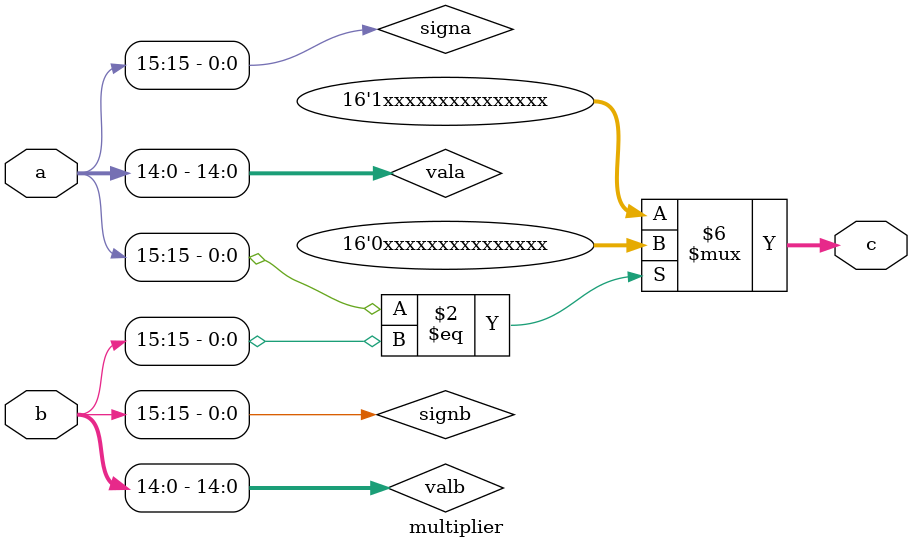
<source format=v>
module multiplier (a,b,c);
	input [15:0] a;
	input [15:0] b;
	output [15:0] c;
	wire [14:0] vala;
	wire [14:0] valb;
	assign vala = a;
	assign valb = b;
	wire signa = a[15];
	wire signb = b[15];
	reg [15:0] c;
	reg [29:0]temp;
	
	always @(*)
	begin
		if(signa==signb)
		begin
			temp <= vala * valb;
			c <= {1'b0,temp[29:15]};
		end
		else
		begin
			temp <= vala * valb;
			c <= {1'b1,temp[29:15]};
		end
	end

endmodule
</source>
